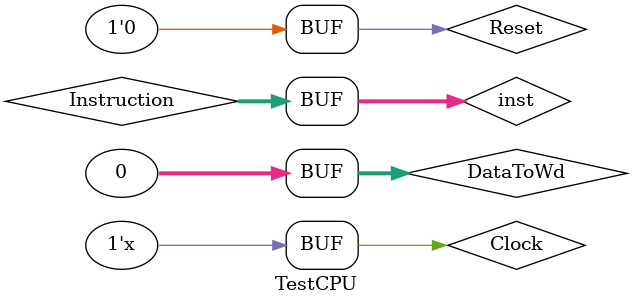
<source format=v>
`timescale 1ns / 1ps

module TestCPU;

	// Inputs
	reg [31:0] Instruction;
	reg Reset;
	reg Clock;
	reg [31:0] DataToWd;

	// Outputs
	wire [31:0] ALU_result;
	wire [31:0] Ext_Imm;
	wire [31:0] addr;
	wire [31:0] Out2,Out1;
	wire MemWrite;
	wire MemtoReg;



	// Instantiate the Unit Under Test (UUT)
	MIPS_CPU uut (
		.Instruction(Instruction), 
		.Reset(Reset), 
		.Clock(Clock), 
		.DataToWd(DataToWd), 
		.ALU_result(ALU_result), 
		.Ext_Imm(Ext_Imm), 
		.addr(addr), 
		.Out2(Out2), 
		.Out1(Out1),
		.MemWrite(MemWrite), 
		.MemtoReg(MemtoReg)
	);

	wire [31:0] inst;	
	INST_ROM	ROM(addr,inst);
	
	initial begin
		Instruction = 0;
		Reset = 1;
		Clock = 1;
		DataToWd = 0;

		#100;
		Reset = 0;
		end
	
	always begin 
		#100;
		Instruction = inst;	
		Clock = ~Clock;
	end
      
endmodule


</source>
